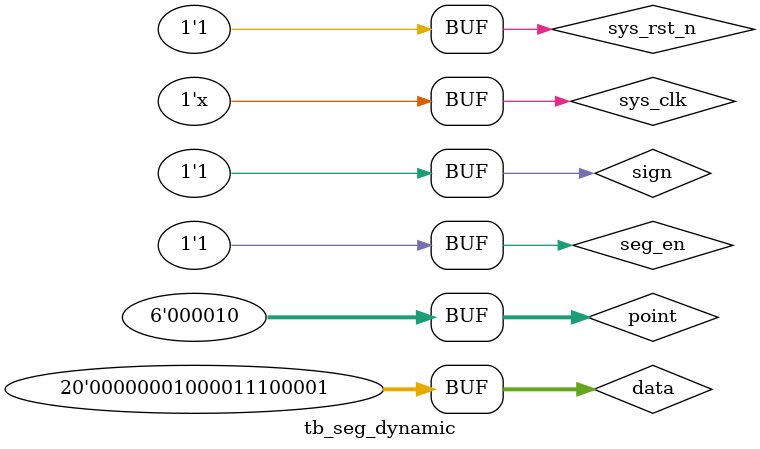
<source format=v>
`timescale 1ns/1ns

module tb_seg_dynamic ();

reg             sys_clk;
reg             sys_rst_n;
reg     [19:0]  data;
reg     [5:0]   point;
reg             sign;
reg             seg_en;

wire    [7:0]   seg;
wire    [5:0]   sel;

initial
    begin
        sys_clk     = 1'b1;
        sys_rst_n   <= 1'b0;
        data        <= 20'd0;
        point       <= 6'b0;
        sign        <= 1'b0;
        seg_en      <= 1'b0;
        #30
        sys_rst_n   <= 1'b1;
        data        <= 20'd4321;
        point       <= 6'b000_010;
        sign        <= 1'b1;
        seg_en      <= 1'b1;
    end

always #10 sys_clk = ~sys_clk;
defparam    seg_dynamic_inst.CNT_MAX = 16'd5;
seg_dynamic seg_dynamic_inst
(
        .sys_clk    (sys_clk),
        .sys_rst_n  (sys_rst_n),
        .data       (data),
        .point      (point),
        .sign       (sign),
        .seg_en     (seg_en),
        
        .seg        (seg),
        .sel        (sel)
);
endmodule
</source>
